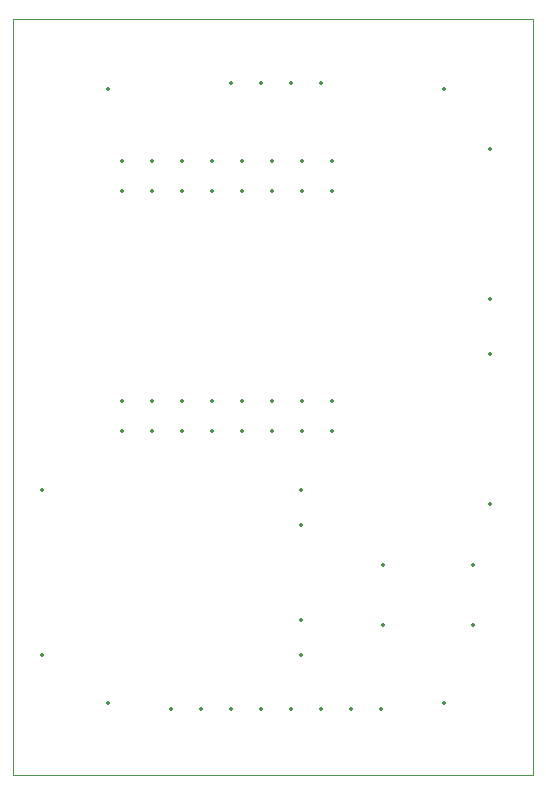
<source format=gko>
%TF.GenerationSoftware,KiCad,Pcbnew,8.99.0-3407-g6a48e2c35a*%
%TF.CreationDate,2024-12-24T09:15:54+07:00*%
%TF.ProjectId,weather-dashboard,77656174-6865-4722-9d64-617368626f61,rev?*%
%TF.SameCoordinates,Original*%
%TF.FileFunction,Profile,NP*%
%FSLAX46Y46*%
G04 Gerber Fmt 4.6, Leading zero omitted, Abs format (unit mm)*
G04 Created by KiCad (PCBNEW 8.99.0-3407-g6a48e2c35a) date 2024-12-24 09:15:54*
%MOMM*%
%LPD*%
G01*
G04 APERTURE LIST*
%TA.AperFunction,Profile*%
%ADD10C,0.050000*%
%TD*%
%ADD11C,0.350000*%
G04 APERTURE END LIST*
D10*
X150604678Y-38139509D02*
X194604679Y-38139509D01*
X194604679Y-102139509D01*
X150604678Y-102139509D01*
X150604678Y-38139509D01*
D11*
X158604700Y-96099500D03*
X187104700Y-96099500D03*
X158604700Y-44099500D03*
X187104700Y-44099500D03*
X163964700Y-96599500D03*
X166504700Y-96599500D03*
X169044700Y-96599500D03*
X171584700Y-96599500D03*
X174124700Y-96599500D03*
X176664700Y-96599500D03*
X179204700Y-96599500D03*
X181744700Y-96599500D03*
X169044700Y-43599500D03*
X171584700Y-43599500D03*
X174124700Y-43599500D03*
X176664700Y-43599500D03*
X175000000Y-89000000D03*
X175000000Y-81000000D03*
X175000000Y-92000000D03*
X175000000Y-78000000D03*
X153000000Y-92000000D03*
X153000000Y-78000000D03*
X191000000Y-61850000D03*
X191000000Y-49150000D03*
X191000000Y-79200000D03*
X191000000Y-66500000D03*
X177560000Y-73040000D03*
X175020000Y-73040000D03*
X172480000Y-73040000D03*
X169940000Y-73040000D03*
X167400000Y-73040000D03*
X164860000Y-73040000D03*
X162320000Y-73040000D03*
X159780000Y-73040000D03*
X177560000Y-70500000D03*
X175020000Y-70500000D03*
X172480000Y-70500000D03*
X169940000Y-70500000D03*
X167400000Y-70500000D03*
X164860000Y-70500000D03*
X162320000Y-70500000D03*
X159780000Y-70500000D03*
X177560000Y-52720000D03*
X175020000Y-52720000D03*
X172480000Y-52720000D03*
X169940000Y-52720000D03*
X167400000Y-52720000D03*
X164860000Y-52720000D03*
X162320000Y-52720000D03*
X159780000Y-52720000D03*
X177560000Y-50180000D03*
X175020000Y-50180000D03*
X172480000Y-50180000D03*
X169940000Y-50180000D03*
X167400000Y-50180000D03*
X164860000Y-50180000D03*
X162320000Y-50180000D03*
X159780000Y-50180000D03*
X189500000Y-84420000D03*
X181880000Y-84420000D03*
X189500000Y-89500000D03*
X181880000Y-89500000D03*
M02*

</source>
